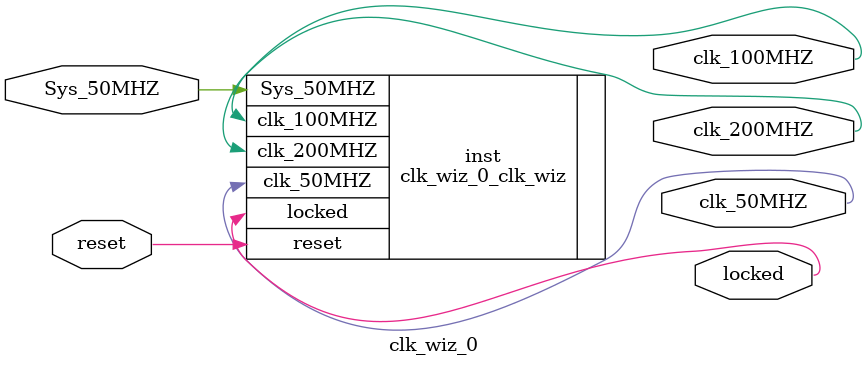
<source format=v>


`timescale 1ps/1ps

(* CORE_GENERATION_INFO = "clk_wiz_0,clk_wiz_v6_0_11_0_0,{component_name=clk_wiz_0,use_phase_alignment=true,use_min_o_jitter=false,use_max_i_jitter=false,use_dyn_phase_shift=false,use_inclk_switchover=false,use_dyn_reconfig=false,enable_axi=0,feedback_source=FDBK_AUTO,PRIMITIVE=MMCM,num_out_clk=3,clkin1_period=20.000,clkin2_period=10.0,use_power_down=false,use_reset=true,use_locked=true,use_inclk_stopped=false,feedback_type=SINGLE,CLOCK_MGR_TYPE=NA,manual_override=false}" *)

module clk_wiz_0 
 (
  // Clock out ports
  output        clk_50MHZ,
  output        clk_100MHZ,
  output        clk_200MHZ,
  // Status and control signals
  input         reset,
  output        locked,
 // Clock in ports
  input         Sys_50MHZ
 );

  clk_wiz_0_clk_wiz inst
  (
  // Clock out ports  
  .clk_50MHZ(clk_50MHZ),
  .clk_100MHZ(clk_100MHZ),
  .clk_200MHZ(clk_200MHZ),
  // Status and control signals               
  .reset(reset), 
  .locked(locked),
 // Clock in ports
  .Sys_50MHZ(Sys_50MHZ)
  );

endmodule

</source>
